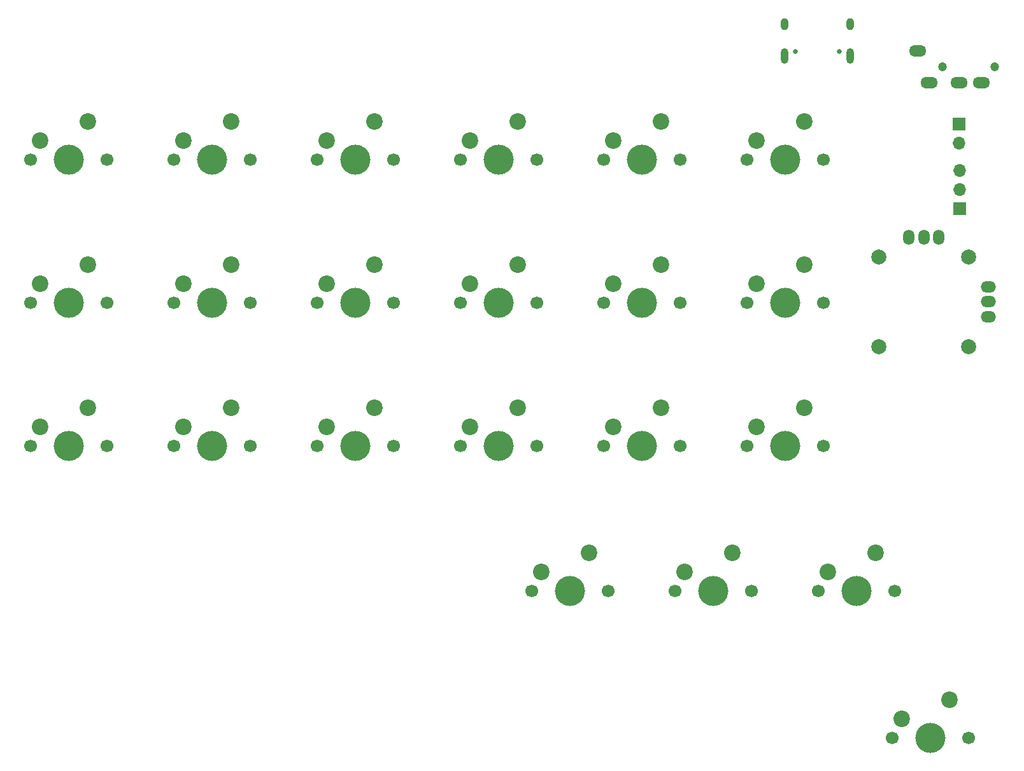
<source format=gbr>
%TF.GenerationSoftware,KiCad,Pcbnew,9.0.0*%
%TF.CreationDate,2025-03-25T03:22:16+09:00*%
%TF.ProjectId,keyboard,6b657962-6f61-4726-942e-6b696361645f,rev?*%
%TF.SameCoordinates,Original*%
%TF.FileFunction,Soldermask,Bot*%
%TF.FilePolarity,Negative*%
%FSLAX46Y46*%
G04 Gerber Fmt 4.6, Leading zero omitted, Abs format (unit mm)*
G04 Created by KiCad (PCBNEW 9.0.0) date 2025-03-25 03:22:16*
%MOMM*%
%LPD*%
G01*
G04 APERTURE LIST*
%ADD10C,1.700000*%
%ADD11C,4.000000*%
%ADD12C,2.200000*%
%ADD13C,2.010000*%
%ADD14O,1.500000X2.000000*%
%ADD15O,2.000000X1.500000*%
%ADD16C,0.650000*%
%ADD17O,1.000000X2.100000*%
%ADD18O,1.000000X1.600000*%
%ADD19R,1.700000X1.700000*%
%ADD20O,1.700000X1.700000*%
%ADD21C,1.200000*%
%ADD22O,2.300000X1.500000*%
G04 APERTURE END LIST*
D10*
%TO.C,SW12*%
X176351000Y-83554000D03*
D11*
X181431000Y-83554000D03*
D10*
X186511000Y-83554000D03*
D12*
X183971000Y-78474000D03*
X177621000Y-81014000D03*
%TD*%
D10*
%TO.C,SW14*%
X100151000Y-102604000D03*
D11*
X105231000Y-102604000D03*
D10*
X110311000Y-102604000D03*
D12*
X107771000Y-97524000D03*
X101421000Y-100064000D03*
%TD*%
D13*
%TO.C,J5*%
X193821000Y-77424000D03*
X193821000Y-89424000D03*
X205821000Y-77424000D03*
X205821000Y-89424000D03*
D14*
X201821000Y-74824000D03*
D15*
X208421000Y-85424000D03*
D14*
X199821000Y-74824000D03*
X197821000Y-74824000D03*
D15*
X208421000Y-81424000D03*
X208421000Y-83424000D03*
%TD*%
D10*
%TO.C,SW18*%
X176351000Y-102604000D03*
D11*
X181431000Y-102604000D03*
D10*
X186511000Y-102604000D03*
D12*
X183971000Y-97524000D03*
X177621000Y-100064000D03*
%TD*%
D10*
%TO.C,SW17*%
X157301000Y-102604000D03*
D11*
X162381000Y-102604000D03*
D10*
X167461000Y-102604000D03*
D12*
X164921000Y-97524000D03*
X158571000Y-100064000D03*
%TD*%
D10*
%TO.C,SW20*%
X166791000Y-121924000D03*
D11*
X171871000Y-121924000D03*
D10*
X176951000Y-121924000D03*
D12*
X174411000Y-116844000D03*
X168061000Y-119384000D03*
%TD*%
D10*
%TO.C,SW1*%
X81101000Y-64504000D03*
D11*
X86181000Y-64504000D03*
D10*
X91261000Y-64504000D03*
D12*
X88721000Y-59424000D03*
X82371000Y-61964000D03*
%TD*%
D16*
%TO.C,J1*%
X188570000Y-50150000D03*
X182790000Y-50150000D03*
D17*
X190000000Y-50680000D03*
D18*
X190000000Y-46500000D03*
D17*
X181360000Y-50680000D03*
D18*
X181360000Y-46500000D03*
%TD*%
D10*
%TO.C,SW11*%
X157301000Y-83554000D03*
D11*
X162381000Y-83554000D03*
D10*
X167461000Y-83554000D03*
D12*
X164921000Y-78474000D03*
X158571000Y-81014000D03*
%TD*%
D10*
%TO.C,SW9*%
X119201000Y-83554000D03*
D11*
X124281000Y-83554000D03*
D10*
X129361000Y-83554000D03*
D12*
X126821000Y-78474000D03*
X120471000Y-81014000D03*
%TD*%
D10*
%TO.C,SW10*%
X138251000Y-83554000D03*
D11*
X143331000Y-83554000D03*
D10*
X148411000Y-83554000D03*
D12*
X145871000Y-78474000D03*
X139521000Y-81014000D03*
%TD*%
D10*
%TO.C,SW15*%
X119201000Y-102604000D03*
D11*
X124281000Y-102604000D03*
D10*
X129361000Y-102604000D03*
D12*
X126821000Y-97524000D03*
X120471000Y-100064000D03*
%TD*%
D10*
%TO.C,SW5*%
X157301000Y-64504000D03*
D11*
X162381000Y-64504000D03*
D10*
X167461000Y-64504000D03*
D12*
X164921000Y-59424000D03*
X158571000Y-61964000D03*
%TD*%
D19*
%TO.C,J3*%
X204500000Y-59725000D03*
D20*
X204500000Y-62265000D03*
%TD*%
D10*
%TO.C,SW13*%
X81101000Y-102604000D03*
D11*
X86181000Y-102604000D03*
D10*
X91261000Y-102604000D03*
D12*
X88721000Y-97524000D03*
X82371000Y-100064000D03*
%TD*%
D10*
%TO.C,SW2*%
X100151000Y-64504000D03*
D11*
X105231000Y-64504000D03*
D10*
X110311000Y-64504000D03*
D12*
X107771000Y-59424000D03*
X101421000Y-61964000D03*
%TD*%
D21*
%TO.C,J4*%
X209300000Y-52150000D03*
X202300000Y-52150000D03*
D22*
X204500000Y-54300000D03*
X207500000Y-54300000D03*
X199000000Y-50000000D03*
X200500000Y-54300000D03*
%TD*%
D10*
%TO.C,SW3*%
X119201000Y-64504000D03*
D11*
X124281000Y-64504000D03*
D10*
X129361000Y-64504000D03*
D12*
X126821000Y-59424000D03*
X120471000Y-61964000D03*
%TD*%
D10*
%TO.C,SW4*%
X138251000Y-64504000D03*
D11*
X143331000Y-64504000D03*
D10*
X148411000Y-64504000D03*
D12*
X145871000Y-59424000D03*
X139521000Y-61964000D03*
%TD*%
D10*
%TO.C,SW6*%
X176351000Y-64504000D03*
D11*
X181431000Y-64504000D03*
D10*
X186511000Y-64504000D03*
D12*
X183971000Y-59424000D03*
X177621000Y-61964000D03*
%TD*%
D10*
%TO.C,SW8*%
X100151000Y-83554000D03*
D11*
X105231000Y-83554000D03*
D10*
X110311000Y-83554000D03*
D12*
X107771000Y-78474000D03*
X101421000Y-81014000D03*
%TD*%
D10*
%TO.C,SW22*%
X195661000Y-141424000D03*
D11*
X200741000Y-141424000D03*
D10*
X205821000Y-141424000D03*
D12*
X203281000Y-136344000D03*
X196931000Y-138884000D03*
%TD*%
D19*
%TO.C,J2*%
X204600000Y-71025000D03*
D20*
X204600000Y-68485000D03*
X204600000Y-65945000D03*
%TD*%
D10*
%TO.C,SW19*%
X147741000Y-121924000D03*
D11*
X152821000Y-121924000D03*
D10*
X157901000Y-121924000D03*
D12*
X155361000Y-116844000D03*
X149011000Y-119384000D03*
%TD*%
D10*
%TO.C,SW7*%
X81101000Y-83554000D03*
D11*
X86181000Y-83554000D03*
D10*
X91261000Y-83554000D03*
D12*
X88721000Y-78474000D03*
X82371000Y-81014000D03*
%TD*%
D10*
%TO.C,SW16*%
X138251000Y-102604000D03*
D11*
X143331000Y-102604000D03*
D10*
X148411000Y-102604000D03*
D12*
X145871000Y-97524000D03*
X139521000Y-100064000D03*
%TD*%
D10*
%TO.C,SW21*%
X185841000Y-121924000D03*
D11*
X190921000Y-121924000D03*
D10*
X196001000Y-121924000D03*
D12*
X193461000Y-116844000D03*
X187111000Y-119384000D03*
%TD*%
M02*

</source>
